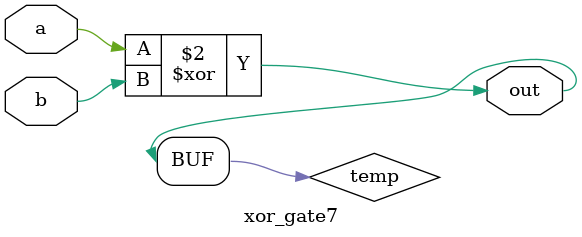
<source format=v>
module xor_gate7 (
  input a,
  input b,
  output out
);

    reg temp;
    always @(*) begin
        temp = a ^ b; // ^ represents the XOR operator
    end
    
    assign out = temp;
endmodule
</source>
